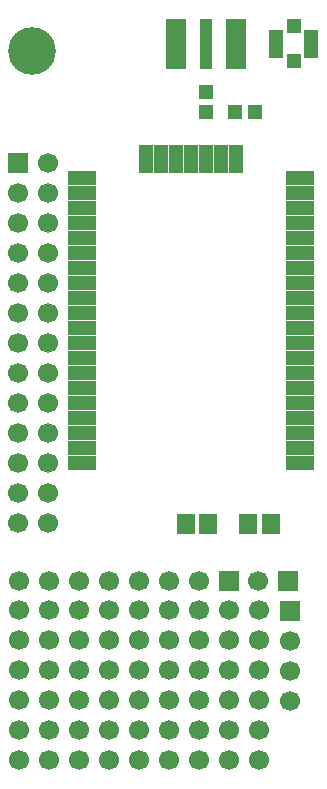
<source format=gbr>
G04 DipTrace 3.0.0.2*
G04 TopMask.gbr*
%MOMM*%
G04 #@! TF.FileFunction,Soldermask,Top*
G04 #@! TF.Part,Single*
%ADD37C,4.05*%
%ADD44R,1.21X2.474*%
%ADD46R,2.474X1.21*%
%ADD48R,1.3X1.2*%
%ADD50R,1.2X1.3*%
%ADD52C,1.7*%
%ADD54C,1.7*%
%ADD56R,1.7X1.7*%
%ADD58R,1.5X1.7*%
%ADD62R,1.3X2.45*%
%ADD64R,1.25X1.3*%
%ADD66R,1.05X4.26*%
%ADD68R,1.72X4.26*%
%FSLAX35Y35*%
G04*
G71*
G90*
G75*
G01*
G04 TopMask*
%LPD*%
D68*
X1525000Y6253000D3*
D66*
X1779000Y6252000D3*
D68*
X2032000D3*
D64*
X2523000Y6106000D3*
Y6406000D3*
D62*
X2673000Y6256000D3*
X2373000D3*
D58*
X1800000Y2190000D3*
X1610000D3*
X2140000D3*
X2330000D3*
D37*
X306000Y6198000D3*
D56*
X1975000Y1705000D3*
D54*
X1721000D3*
X1467000D3*
X1213000D3*
X959000D3*
X705000D3*
X451000D3*
X197000D3*
D56*
X2477000D3*
D54*
X2223000D3*
D56*
X2493000Y1455000D3*
D54*
Y1201000D3*
Y947000D3*
Y693000D3*
D52*
X200000Y1206000D3*
X454000D3*
X708000D3*
X962000D3*
X1216000D3*
X1470000D3*
X1724000D3*
X200000Y952000D3*
X454000D3*
X708000D3*
X962000D3*
X1216000D3*
X1470000D3*
X1724000D3*
Y698000D3*
X1470000D3*
X1216000D3*
X962000D3*
X708000D3*
X454000D3*
X200000D3*
Y444000D3*
X454000D3*
X708000D3*
X962000D3*
X1216000D3*
X1470000D3*
X1724000D3*
Y190000D3*
X1470000D3*
X1216000D3*
X962000D3*
X708000D3*
X454000D3*
X200000D3*
Y1460000D3*
X454000D3*
X708000D3*
X962000D3*
X1216000D3*
X1470000D3*
X1724000D3*
X1978000Y1206000D3*
X2232000D3*
X1978000Y952000D3*
X2232000D3*
Y698000D3*
X1978000D3*
Y444000D3*
X2232000D3*
Y190000D3*
X1978000D3*
Y1460000D3*
X2232000D3*
D50*
X1781000Y5679000D3*
Y5849000D3*
D48*
X2027000Y5678000D3*
X2197000D3*
D46*
X2581000Y2705000D3*
Y2832000D3*
Y2959000D3*
Y3086000D3*
Y3213000D3*
Y3340000D3*
Y3467000D3*
Y3594000D3*
Y3721000D3*
Y3848000D3*
Y3975000D3*
Y4102000D3*
Y4229000D3*
Y4356000D3*
Y4483000D3*
Y4610000D3*
Y4737000D3*
Y4864000D3*
Y4991000D3*
Y5118000D3*
D44*
X2035500Y5282500D3*
X1908500D3*
X1781500D3*
X1654500D3*
X1527500D3*
X1400500D3*
X1273500D3*
D46*
X728000Y5118000D3*
Y4991000D3*
Y4864000D3*
Y4737000D3*
Y4610000D3*
Y4483000D3*
Y4356000D3*
Y4229000D3*
Y4102000D3*
Y3975000D3*
Y3848000D3*
Y3721000D3*
Y3594000D3*
Y3467000D3*
Y3340000D3*
Y3213000D3*
Y3086000D3*
Y2959000D3*
Y2832000D3*
Y2705000D3*
D56*
X188000Y5244000D3*
D54*
X442000D3*
X188000Y4990000D3*
X442000D3*
X188000Y4736000D3*
X442000D3*
X188000Y4482000D3*
X442000D3*
X188000Y4228000D3*
X442000D3*
X188000Y3974000D3*
X442000D3*
X188000Y3720000D3*
X442000D3*
X188000Y3466000D3*
X442000D3*
X188000Y3212000D3*
X442000D3*
X188000Y2958000D3*
X442000D3*
X188000Y2704000D3*
X442000D3*
X188000Y2450000D3*
X442000D3*
X188000Y2196000D3*
X442000D3*
M02*

</source>
